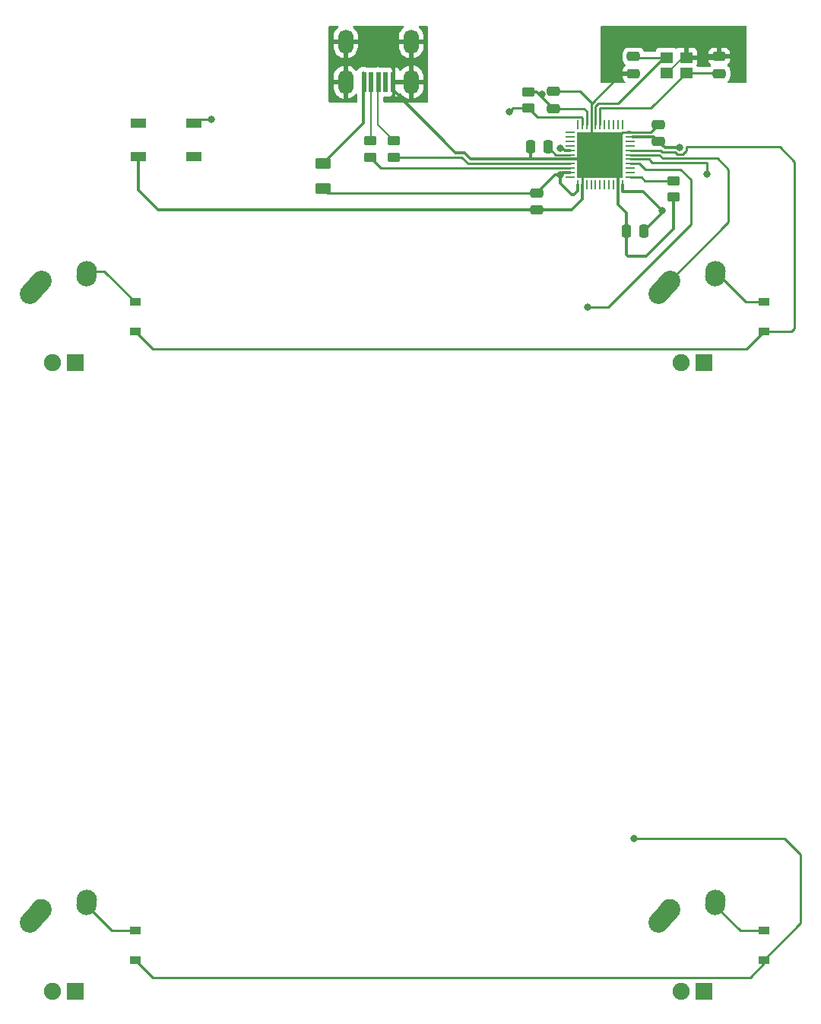
<source format=gbr>
%TF.GenerationSoftware,KiCad,Pcbnew,(6.0.7)*%
%TF.CreationDate,2022-11-22T16:32:00-03:00*%
%TF.ProjectId,BigKeysPCB,4269674b-6579-4735-9043-422e6b696361,rev?*%
%TF.SameCoordinates,Original*%
%TF.FileFunction,Copper,L2,Bot*%
%TF.FilePolarity,Positive*%
%FSLAX46Y46*%
G04 Gerber Fmt 4.6, Leading zero omitted, Abs format (unit mm)*
G04 Created by KiCad (PCBNEW (6.0.7)) date 2022-11-22 16:32:00*
%MOMM*%
%LPD*%
G01*
G04 APERTURE LIST*
G04 Aperture macros list*
%AMRoundRect*
0 Rectangle with rounded corners*
0 $1 Rounding radius*
0 $2 $3 $4 $5 $6 $7 $8 $9 X,Y pos of 4 corners*
0 Add a 4 corners polygon primitive as box body*
4,1,4,$2,$3,$4,$5,$6,$7,$8,$9,$2,$3,0*
0 Add four circle primitives for the rounded corners*
1,1,$1+$1,$2,$3*
1,1,$1+$1,$4,$5*
1,1,$1+$1,$6,$7*
1,1,$1+$1,$8,$9*
0 Add four rect primitives between the rounded corners*
20,1,$1+$1,$2,$3,$4,$5,0*
20,1,$1+$1,$4,$5,$6,$7,0*
20,1,$1+$1,$6,$7,$8,$9,0*
20,1,$1+$1,$8,$9,$2,$3,0*%
%AMHorizOval*
0 Thick line with rounded ends*
0 $1 width*
0 $2 $3 position (X,Y) of the first rounded end (center of the circle)*
0 $4 $5 position (X,Y) of the second rounded end (center of the circle)*
0 Add line between two ends*
20,1,$1,$2,$3,$4,$5,0*
0 Add two circle primitives to create the rounded ends*
1,1,$1,$2,$3*
1,1,$1,$4,$5*%
G04 Aperture macros list end*
%TA.AperFunction,ComponentPad*%
%ADD10HorizOval,2.250000X0.655001X0.730000X-0.655001X-0.730000X0*%
%TD*%
%TA.AperFunction,ComponentPad*%
%ADD11C,2.250000*%
%TD*%
%TA.AperFunction,ComponentPad*%
%ADD12HorizOval,2.250000X0.020000X0.290000X-0.020000X-0.290000X0*%
%TD*%
%TA.AperFunction,ComponentPad*%
%ADD13C,1.905000*%
%TD*%
%TA.AperFunction,ComponentPad*%
%ADD14R,1.905000X1.905000*%
%TD*%
%TA.AperFunction,SMDPad,CuDef*%
%ADD15RoundRect,0.250000X-0.475000X0.250000X-0.475000X-0.250000X0.475000X-0.250000X0.475000X0.250000X0*%
%TD*%
%TA.AperFunction,SMDPad,CuDef*%
%ADD16RoundRect,0.250000X0.475000X-0.250000X0.475000X0.250000X-0.475000X0.250000X-0.475000X-0.250000X0*%
%TD*%
%TA.AperFunction,SMDPad,CuDef*%
%ADD17RoundRect,0.250000X-0.450000X0.262500X-0.450000X-0.262500X0.450000X-0.262500X0.450000X0.262500X0*%
%TD*%
%TA.AperFunction,SMDPad,CuDef*%
%ADD18R,1.400000X1.200000*%
%TD*%
%TA.AperFunction,SMDPad,CuDef*%
%ADD19RoundRect,0.250000X0.250000X0.475000X-0.250000X0.475000X-0.250000X-0.475000X0.250000X-0.475000X0*%
%TD*%
%TA.AperFunction,SMDPad,CuDef*%
%ADD20R,0.500000X2.250000*%
%TD*%
%TA.AperFunction,ComponentPad*%
%ADD21O,1.700000X2.700000*%
%TD*%
%TA.AperFunction,SMDPad,CuDef*%
%ADD22R,1.200000X0.900000*%
%TD*%
%TA.AperFunction,SMDPad,CuDef*%
%ADD23RoundRect,0.062500X-0.475000X-0.062500X0.475000X-0.062500X0.475000X0.062500X-0.475000X0.062500X0*%
%TD*%
%TA.AperFunction,SMDPad,CuDef*%
%ADD24RoundRect,0.062500X-0.062500X-0.475000X0.062500X-0.475000X0.062500X0.475000X-0.062500X0.475000X0*%
%TD*%
%TA.AperFunction,SMDPad,CuDef*%
%ADD25R,5.200000X5.200000*%
%TD*%
%TA.AperFunction,SMDPad,CuDef*%
%ADD26R,1.800000X1.100000*%
%TD*%
%TA.AperFunction,SMDPad,CuDef*%
%ADD27RoundRect,0.250000X-0.625000X0.375000X-0.625000X-0.375000X0.625000X-0.375000X0.625000X0.375000X0*%
%TD*%
%TA.AperFunction,ViaPad*%
%ADD28C,0.800000*%
%TD*%
%TA.AperFunction,Conductor*%
%ADD29C,0.254000*%
%TD*%
%TA.AperFunction,Conductor*%
%ADD30C,0.304800*%
%TD*%
%TA.AperFunction,Conductor*%
%ADD31C,0.381000*%
%TD*%
%TA.AperFunction,Conductor*%
%ADD32C,0.203200*%
%TD*%
%TA.AperFunction,Conductor*%
%ADD33C,0.200000*%
%TD*%
G04 APERTURE END LIST*
D10*
%TO.P,MX4,1,COL*%
%TO.N,COL1*%
X172385001Y-139390000D03*
D11*
X173040000Y-138660000D03*
D12*
%TO.P,MX4,2,ROW*%
%TO.N,Net-(D4-Pad2)*%
X178060000Y-137870000D03*
D11*
X178080000Y-137580000D03*
D13*
%TO.P,MX4,3*%
%TO.N,N/C*%
X174270000Y-147740000D03*
D14*
%TO.P,MX4,4*%
X176810000Y-147740000D03*
%TD*%
D11*
%TO.P,MX2,1,COL*%
%TO.N,COL0*%
X103040000Y-138660000D03*
D10*
X102385001Y-139390000D03*
D12*
%TO.P,MX2,2,ROW*%
%TO.N,Net-(D2-Pad2)*%
X108060000Y-137870000D03*
D11*
X108080000Y-137580000D03*
D13*
%TO.P,MX2,3*%
%TO.N,N/C*%
X104270000Y-147740000D03*
D14*
%TO.P,MX2,4*%
X106810000Y-147740000D03*
%TD*%
D10*
%TO.P,MX3,1,COL*%
%TO.N,COL1*%
X172385001Y-69390000D03*
D11*
X173040000Y-68660000D03*
D12*
%TO.P,MX3,2,ROW*%
%TO.N,Net-(D3-Pad2)*%
X178060000Y-67870000D03*
D11*
X178080000Y-67580000D03*
D13*
%TO.P,MX3,3*%
%TO.N,N/C*%
X174270000Y-77740000D03*
D14*
%TO.P,MX3,4*%
X176810000Y-77740000D03*
%TD*%
D10*
%TO.P,MX1,1,COL*%
%TO.N,COL0*%
X102385001Y-69390000D03*
D11*
X103040000Y-68660000D03*
%TO.P,MX1,2,ROW*%
%TO.N,Net-(D1-Pad2)*%
X108080000Y-67580000D03*
D12*
X108060000Y-67870000D03*
D13*
%TO.P,MX1,3*%
%TO.N,N/C*%
X104270000Y-77740000D03*
D14*
%TO.P,MX1,4*%
X106810000Y-77740000D03*
%TD*%
D15*
%TO.P,C7,1*%
%TO.N,+5V*%
X158239000Y-58840481D03*
%TO.P,C7,2*%
%TO.N,GND*%
X158239000Y-60740481D03*
%TD*%
D16*
%TO.P,C5,1*%
%TO.N,+5V*%
X171781000Y-53120481D03*
%TO.P,C5,2*%
%TO.N,GND*%
X171781000Y-51220481D03*
%TD*%
D17*
%TO.P,R2,1*%
%TO.N,D+*%
X142296500Y-53026981D03*
%TO.P,R2,2*%
%TO.N,Net-(R2-Pad2)*%
X142296500Y-54851981D03*
%TD*%
D18*
%TO.P,Y1,1,1*%
%TO.N,Net-(C1-Pad2)*%
X174855500Y-45468481D03*
%TO.P,Y1,2,2*%
%TO.N,GND*%
X172655500Y-45468481D03*
%TO.P,Y1,3,3*%
%TO.N,Net-(C2-Pad2)*%
X172655500Y-43768481D03*
%TO.P,Y1,4,4*%
%TO.N,GND*%
X174855500Y-43768481D03*
%TD*%
D19*
%TO.P,C6,1*%
%TO.N,+5V*%
X170111000Y-63060481D03*
%TO.P,C6,2*%
%TO.N,GND*%
X168211000Y-63060481D03*
%TD*%
D20*
%TO.P,USB1,1,GND*%
%TO.N,GND*%
X142180500Y-46500000D03*
%TO.P,USB1,2,ID*%
%TO.N,unconnected-(USB1-Pad2)*%
X141380500Y-46500000D03*
%TO.P,USB1,3,D+*%
%TO.N,D+*%
X140580500Y-46500000D03*
%TO.P,USB1,4,D-*%
%TO.N,D-*%
X139780500Y-46500000D03*
%TO.P,USB1,5,VBUS*%
%TO.N,VCC*%
X138980500Y-46500000D03*
D21*
%TO.P,USB1,6,SHIELD*%
%TO.N,GND*%
X136930500Y-42000000D03*
X144230500Y-42000000D03*
X136930500Y-46500000D03*
X144230500Y-46500000D03*
%TD*%
D22*
%TO.P,D4,1,K*%
%TO.N,ROW1*%
X183477500Y-144310000D03*
%TO.P,D4,2,A*%
%TO.N,Net-(D4-Pad2)*%
X183477500Y-141010000D03*
%TD*%
D23*
%TO.P,U1,1,PE6*%
%TO.N,unconnected-(U1-Pad1)*%
X161918000Y-57098481D03*
%TO.P,U1,2,UVCC*%
%TO.N,+5V*%
X161918000Y-56598481D03*
%TO.P,U1,3,D-*%
%TO.N,Net-(R3-Pad2)*%
X161918000Y-56098481D03*
%TO.P,U1,4,D+*%
%TO.N,Net-(R2-Pad2)*%
X161918000Y-55598481D03*
%TO.P,U1,5,UGND*%
%TO.N,GND*%
X161918000Y-55098481D03*
%TO.P,U1,6,UCAP*%
%TO.N,Net-(C3-Pad1)*%
X161918000Y-54598481D03*
%TO.P,U1,7,VBUS*%
%TO.N,+5V*%
X161918000Y-54098481D03*
%TO.P,U1,8,PB0*%
%TO.N,unconnected-(U1-Pad8)*%
X161918000Y-53598481D03*
%TO.P,U1,9,PB1*%
%TO.N,unconnected-(U1-Pad9)*%
X161918000Y-53098481D03*
%TO.P,U1,10,PB2*%
%TO.N,unconnected-(U1-Pad10)*%
X161918000Y-52598481D03*
%TO.P,U1,11,PB3*%
%TO.N,unconnected-(U1-Pad11)*%
X161918000Y-52098481D03*
D24*
%TO.P,U1,12,PB7*%
%TO.N,unconnected-(U1-Pad12)*%
X162755500Y-51260981D03*
%TO.P,U1,13,~{RESET}*%
%TO.N,Net-(R1-Pad2)*%
X163255500Y-51260981D03*
%TO.P,U1,14,VCC*%
%TO.N,+5V*%
X163755500Y-51260981D03*
%TO.P,U1,15,GND*%
%TO.N,GND*%
X164255500Y-51260981D03*
%TO.P,U1,16,XTAL2*%
%TO.N,Net-(C2-Pad2)*%
X164755500Y-51260981D03*
%TO.P,U1,17,XTAL1*%
%TO.N,Net-(C1-Pad2)*%
X165255500Y-51260981D03*
%TO.P,U1,18,PD0*%
%TO.N,unconnected-(U1-Pad18)*%
X165755500Y-51260981D03*
%TO.P,U1,19,PD1*%
%TO.N,unconnected-(U1-Pad19)*%
X166255500Y-51260981D03*
%TO.P,U1,20,PD2*%
%TO.N,unconnected-(U1-Pad20)*%
X166755500Y-51260981D03*
%TO.P,U1,21,PD3*%
%TO.N,unconnected-(U1-Pad21)*%
X167255500Y-51260981D03*
%TO.P,U1,22,PD5*%
%TO.N,unconnected-(U1-Pad22)*%
X167755500Y-51260981D03*
D23*
%TO.P,U1,23,GND*%
%TO.N,GND*%
X168593000Y-52098481D03*
%TO.P,U1,24,AVCC*%
%TO.N,+5V*%
X168593000Y-52598481D03*
%TO.P,U1,25,PD4*%
%TO.N,unconnected-(U1-Pad25)*%
X168593000Y-53098481D03*
%TO.P,U1,26,PD6*%
%TO.N,unconnected-(U1-Pad26)*%
X168593000Y-53598481D03*
%TO.P,U1,27,PD7*%
%TO.N,ROW0*%
X168593000Y-54098481D03*
%TO.P,U1,28,PB4*%
%TO.N,COL1*%
X168593000Y-54598481D03*
%TO.P,U1,29,PB5*%
%TO.N,COL0*%
X168593000Y-55098481D03*
%TO.P,U1,30,PB6*%
%TO.N,ROW1*%
X168593000Y-55598481D03*
%TO.P,U1,31,PC6*%
%TO.N,unconnected-(U1-Pad31)*%
X168593000Y-56098481D03*
%TO.P,U1,32,PC7*%
%TO.N,unconnected-(U1-Pad32)*%
X168593000Y-56598481D03*
%TO.P,U1,33,~{HWB}/PE2*%
%TO.N,Net-(R4-Pad1)*%
X168593000Y-57098481D03*
D24*
%TO.P,U1,34,VCC*%
%TO.N,+5V*%
X167755500Y-57935981D03*
%TO.P,U1,35,GND*%
%TO.N,GND*%
X167255500Y-57935981D03*
%TO.P,U1,36,PF7*%
%TO.N,unconnected-(U1-Pad36)*%
X166755500Y-57935981D03*
%TO.P,U1,37,PF6*%
%TO.N,unconnected-(U1-Pad37)*%
X166255500Y-57935981D03*
%TO.P,U1,38,PF5*%
%TO.N,unconnected-(U1-Pad38)*%
X165755500Y-57935981D03*
%TO.P,U1,39,PF4*%
%TO.N,unconnected-(U1-Pad39)*%
X165255500Y-57935981D03*
%TO.P,U1,40,PF1*%
%TO.N,unconnected-(U1-Pad40)*%
X164755500Y-57935981D03*
%TO.P,U1,41,PF0*%
%TO.N,unconnected-(U1-Pad41)*%
X164255500Y-57935981D03*
%TO.P,U1,42,AREF*%
%TO.N,unconnected-(U1-Pad42)*%
X163755500Y-57935981D03*
%TO.P,U1,43,GND*%
%TO.N,GND*%
X163255500Y-57935981D03*
%TO.P,U1,44,AVCC*%
%TO.N,+5V*%
X162755500Y-57935981D03*
D25*
%TO.P,U1,45,GND*%
%TO.N,GND*%
X165255500Y-54598481D03*
%TD*%
D17*
%TO.P,R4,1*%
%TO.N,Net-(R4-Pad1)*%
X173479000Y-57480981D03*
%TO.P,R4,2*%
%TO.N,GND*%
X173479000Y-59305981D03*
%TD*%
%TO.P,R3,1*%
%TO.N,D-*%
X139629500Y-53026981D03*
%TO.P,R3,2*%
%TO.N,Net-(R3-Pad2)*%
X139629500Y-54851981D03*
%TD*%
%TO.P,R1,1*%
%TO.N,+5V*%
X157303000Y-47574981D03*
%TO.P,R1,2*%
%TO.N,Net-(R1-Pad2)*%
X157303000Y-49399981D03*
%TD*%
D19*
%TO.P,C3,1*%
%TO.N,Net-(C3-Pad1)*%
X159443000Y-53694481D03*
%TO.P,C3,2*%
%TO.N,GND*%
X157543000Y-53694481D03*
%TD*%
D16*
%TO.P,C2,1*%
%TO.N,GND*%
X168993000Y-45568481D03*
%TO.P,C2,2*%
%TO.N,Net-(C2-Pad2)*%
X168993000Y-43668481D03*
%TD*%
D26*
%TO.P,SW1,1,1*%
%TO.N,GND*%
X113805500Y-54798481D03*
%TO.P,SW1,2,2*%
%TO.N,Net-(R1-Pad2)*%
X120005500Y-51098481D03*
%TO.P,SW1,3*%
%TO.N,N/C*%
X113805500Y-51098481D03*
%TO.P,SW1,4*%
X120005500Y-54798481D03*
%TD*%
D22*
%TO.P,D2,1,K*%
%TO.N,ROW1*%
X113477500Y-144310000D03*
%TO.P,D2,2,A*%
%TO.N,Net-(D2-Pad2)*%
X113477500Y-141010000D03*
%TD*%
D16*
%TO.P,C4,1*%
%TO.N,+5V*%
X160097000Y-49437481D03*
%TO.P,C4,2*%
%TO.N,GND*%
X160097000Y-47537481D03*
%TD*%
D22*
%TO.P,D1,1,K*%
%TO.N,ROW0*%
X113477500Y-74310000D03*
%TO.P,D1,2,A*%
%TO.N,Net-(D1-Pad2)*%
X113477500Y-71010000D03*
%TD*%
D27*
%TO.P,F1,1*%
%TO.N,VCC*%
X134405500Y-55548481D03*
%TO.P,F1,2*%
%TO.N,+5V*%
X134405500Y-58348481D03*
%TD*%
D15*
%TO.P,C1,1*%
%TO.N,GND*%
X178518000Y-43668481D03*
%TO.P,C1,2*%
%TO.N,Net-(C1-Pad2)*%
X178518000Y-45568481D03*
%TD*%
D22*
%TO.P,D3,1,K*%
%TO.N,ROW0*%
X183477500Y-74310000D03*
%TO.P,D3,2,A*%
%TO.N,Net-(D3-Pad2)*%
X183477500Y-71010000D03*
%TD*%
D28*
%TO.N,+5V*%
X174141000Y-53825481D03*
X160815526Y-56824981D03*
X172141000Y-60825481D03*
X160815526Y-53871981D03*
X158774185Y-47840962D03*
%TO.N,ROW1*%
X163862500Y-71608481D03*
X169069500Y-130790481D03*
%TO.N,COL0*%
X177197500Y-56733481D03*
%TO.N,Net-(R1-Pad2)*%
X121952500Y-50637481D03*
X155141000Y-49825481D03*
%TD*%
D29*
%TO.N,Net-(C1-Pad2)*%
X165209500Y-49381481D02*
X165209500Y-51214981D01*
X165209500Y-51214981D02*
X165255500Y-51260981D01*
X174855500Y-45468481D02*
X170942500Y-49381481D01*
X170942500Y-49381481D02*
X165209500Y-49381481D01*
X178418000Y-45468481D02*
X178518000Y-45568481D01*
X174855500Y-45468481D02*
X178418000Y-45468481D01*
%TO.N,Net-(C2-Pad2)*%
X164755500Y-49183481D02*
X164755500Y-51260981D01*
X167229001Y-48873481D02*
X165065500Y-48873481D01*
X172334001Y-43768481D02*
X167229001Y-48873481D01*
X169093000Y-43768481D02*
X172655500Y-43768481D01*
X168993000Y-43668481D02*
X169093000Y-43768481D01*
X172655500Y-43768481D02*
X172334001Y-43768481D01*
X165065500Y-48873481D02*
X164755500Y-49183481D01*
%TO.N,Net-(C3-Pad1)*%
X159443000Y-53694481D02*
X160347000Y-54598481D01*
X160347000Y-54598481D02*
X161918000Y-54598481D01*
D30*
%TO.N,GND*%
X164776100Y-55077881D02*
X165255500Y-54598481D01*
X113805500Y-58492481D02*
X116053500Y-60740481D01*
X113805500Y-54798481D02*
X113805500Y-58492481D01*
X116053500Y-60740481D02*
X158239000Y-60740481D01*
D31*
X174855500Y-43768481D02*
X178418000Y-43768481D01*
D29*
X171781000Y-51220481D02*
X170880400Y-52121081D01*
D30*
X162066896Y-60740481D02*
X163260300Y-59547077D01*
X167255500Y-60104981D02*
X167255500Y-57935981D01*
X170434000Y-65913000D02*
X168402000Y-65913000D01*
X150141600Y-54372581D02*
X149165100Y-54372581D01*
D29*
X174455500Y-43768481D02*
X174855500Y-43768481D01*
X167983736Y-52121081D02*
X167979336Y-52125481D01*
D30*
X168211000Y-61060481D02*
X167255500Y-60104981D01*
X149165100Y-54372581D02*
X142180500Y-47387981D01*
X150846900Y-55077881D02*
X150141600Y-54372581D01*
D32*
X172755500Y-45468481D02*
X174455500Y-43768481D01*
D30*
X168211000Y-61060481D02*
X168211000Y-63060481D01*
D29*
X174394500Y-42205481D02*
X174855500Y-42666481D01*
D30*
X168593000Y-52098481D02*
X168423543Y-52098481D01*
D29*
X164255500Y-53598481D02*
X165255500Y-54598481D01*
X167536500Y-45380481D02*
X167536500Y-42586481D01*
X172655500Y-45468481D02*
X172755500Y-45468481D01*
X167724500Y-45568481D02*
X167536500Y-45380481D01*
D30*
X161918000Y-55098481D02*
X162868000Y-55098481D01*
D29*
X164255500Y-51260981D02*
X164255500Y-53598481D01*
X164255500Y-48921481D02*
X164255500Y-51260981D01*
X168400943Y-52121081D02*
X167983736Y-52121081D01*
X174855500Y-42666481D02*
X174855500Y-43768481D01*
X163004000Y-47537481D02*
X164255500Y-48788981D01*
D30*
X157543000Y-53694481D02*
X157543000Y-55051981D01*
X157543000Y-55051981D02*
X157517100Y-55077881D01*
D29*
X168993000Y-45568481D02*
X167724500Y-45568481D01*
D30*
X168211000Y-65722000D02*
X168211000Y-63060481D01*
D29*
X168993000Y-45568481D02*
X167608500Y-45568481D01*
X167728500Y-52125481D02*
X165255500Y-54598481D01*
D31*
X178418000Y-43768481D02*
X178518000Y-43668481D01*
D30*
X158239000Y-60740481D02*
X162066896Y-60740481D01*
D29*
X164255500Y-48788981D02*
X164255500Y-48921481D01*
D30*
X168615600Y-52121081D02*
X168593000Y-52098481D01*
D29*
X160097000Y-47537481D02*
X163004000Y-47537481D01*
D30*
X167255500Y-56939981D02*
X167141000Y-56825481D01*
X162868000Y-55098481D02*
X163141000Y-54825481D01*
D29*
X163255500Y-56598481D02*
X165255500Y-54598481D01*
X167979336Y-52125481D02*
X167728500Y-52125481D01*
D30*
X168402000Y-65913000D02*
X168211000Y-65722000D01*
X168423543Y-52098481D02*
X168400943Y-52121081D01*
D29*
X167536500Y-42586481D02*
X167917500Y-42205481D01*
D30*
X142180500Y-47387981D02*
X142180500Y-46500000D01*
X173479000Y-59305981D02*
X173479000Y-62868000D01*
X157517100Y-55077881D02*
X150846900Y-55077881D01*
D29*
X167608500Y-45568481D02*
X164255500Y-48921481D01*
D30*
X163260300Y-59547077D02*
X163260300Y-57935981D01*
X173479000Y-62868000D02*
X170434000Y-65913000D01*
D29*
X170880400Y-52121081D02*
X168615600Y-52121081D01*
X167917500Y-42205481D02*
X174394500Y-42205481D01*
D30*
X167255500Y-57935981D02*
X167255500Y-56939981D01*
D29*
X163255500Y-57935981D02*
X163255500Y-56598481D01*
D30*
X157517100Y-55077881D02*
X164776100Y-55077881D01*
%TO.N,+5V*%
X158313000Y-47653481D02*
X160097000Y-49437481D01*
X158234500Y-47574981D02*
X158313000Y-47653481D01*
X158313000Y-47653481D02*
X158500481Y-47840962D01*
X162755500Y-57935981D02*
X162755500Y-58602481D01*
X171281600Y-52621081D02*
X168829496Y-52621081D01*
X161293743Y-54098481D02*
X161918000Y-54098481D01*
X174141000Y-53825481D02*
X172486000Y-53825481D01*
X161042026Y-56598481D02*
X160815526Y-56824981D01*
X161918000Y-56598481D02*
X161042026Y-56598481D01*
X167760300Y-58709781D02*
X167760300Y-57935981D01*
X160254500Y-56824981D02*
X158239000Y-58840481D01*
X160815526Y-56824981D02*
X160254500Y-56824981D01*
D29*
X134897500Y-58840481D02*
X134405500Y-58348481D01*
D30*
X162755500Y-58602481D02*
X162338500Y-59019481D01*
X162338500Y-59019481D02*
X162084500Y-59019481D01*
D29*
X163483481Y-49437481D02*
X163755500Y-49709500D01*
D30*
X161067243Y-53871981D02*
X161293743Y-54098481D01*
D29*
X158239000Y-58840481D02*
X134897500Y-58840481D01*
D30*
X167760300Y-58709781D02*
X170025300Y-58709781D01*
X162084500Y-59019481D02*
X160815526Y-57750507D01*
X170025300Y-58709781D02*
X172141000Y-60825481D01*
X172141000Y-61030481D02*
X170111000Y-63060481D01*
X158500481Y-47840962D02*
X158774185Y-47840962D01*
D29*
X158239000Y-58840481D02*
X158559000Y-58840481D01*
D30*
X157303000Y-47574981D02*
X158234500Y-47574981D01*
D29*
X160097000Y-49437481D02*
X163483481Y-49437481D01*
X163755500Y-49709500D02*
X163755500Y-51260981D01*
D30*
X160815526Y-57750507D02*
X160815526Y-56824981D01*
X171781000Y-53120481D02*
X171281600Y-52621081D01*
X172141000Y-60825481D02*
X172141000Y-61030481D01*
X172486000Y-53825481D02*
X171781000Y-53120481D01*
D29*
%TO.N,ROW0*%
X113477500Y-74310000D02*
X115414731Y-76247231D01*
X168593000Y-54098481D02*
X171978000Y-54098481D01*
X174442134Y-54552481D02*
X174868000Y-54126615D01*
X171978000Y-54098481D02*
X172209000Y-54329481D01*
X173839866Y-54552481D02*
X174442134Y-54552481D01*
X173616866Y-54329481D02*
X173839866Y-54552481D01*
X186548000Y-74310000D02*
X183477500Y-74310000D01*
X186944000Y-73914000D02*
X186548000Y-74310000D01*
X174868000Y-54126615D02*
X174868000Y-53702481D01*
X115414731Y-76247231D02*
X181540269Y-76247231D01*
X185274481Y-53702481D02*
X186944000Y-55372000D01*
X186944000Y-55372000D02*
X186944000Y-73914000D01*
X172209000Y-54329481D02*
X173616866Y-54329481D01*
X181540269Y-76247231D02*
X183477500Y-74310000D01*
X174868000Y-53702481D02*
X185274481Y-53702481D01*
%TO.N,Net-(D1-Pad2)*%
X110047500Y-67580000D02*
X113477500Y-71010000D01*
X108080000Y-67580000D02*
X110047500Y-67580000D01*
%TO.N,ROW1*%
X169069500Y-130790481D02*
X185833500Y-130790481D01*
X175384000Y-57377481D02*
X175384000Y-62360000D01*
X187611500Y-132568481D02*
X187611500Y-140176000D01*
X113477500Y-144310000D02*
X115414731Y-146247231D01*
X175384000Y-62360000D02*
X166135519Y-71608481D01*
X169668000Y-55598481D02*
X170304000Y-56234481D01*
X181952769Y-146247231D02*
X183540000Y-144660000D01*
X168593000Y-55598481D02*
X169668000Y-55598481D01*
X185833500Y-130790481D02*
X187611500Y-132568481D01*
X174241000Y-56234481D02*
X175384000Y-57377481D01*
X187611500Y-140176000D02*
X183477500Y-144310000D01*
X166135519Y-71608481D02*
X163862500Y-71608481D01*
X170304000Y-56234481D02*
X174241000Y-56234481D01*
X115414731Y-146247231D02*
X181952769Y-146247231D01*
%TO.N,Net-(D2-Pad2)*%
X108040000Y-138160000D02*
X110890000Y-141010000D01*
X110890000Y-141010000D02*
X113477500Y-141010000D01*
%TO.N,Net-(D3-Pad2)*%
X178080000Y-67580000D02*
X181510000Y-71010000D01*
X181510000Y-71010000D02*
X183477500Y-71010000D01*
%TO.N,Net-(D4-Pad2)*%
X178040000Y-138160000D02*
X180890000Y-141010000D01*
X180890000Y-141010000D02*
X183477500Y-141010000D01*
D30*
%TO.N,VCC*%
X138886000Y-51067981D02*
X134405500Y-55548481D01*
X138886000Y-45448481D02*
X138886000Y-51067981D01*
D29*
%TO.N,COL0*%
X171054000Y-55460481D02*
X177197500Y-55460481D01*
X177197500Y-55460481D02*
X177197500Y-56733481D01*
X168593000Y-55098481D02*
X170692000Y-55098481D01*
X170939000Y-55345481D02*
X171054000Y-55460481D01*
X170692000Y-55098481D02*
X170939000Y-55345481D01*
%TO.N,COL1*%
X168593000Y-54598481D02*
X171835947Y-54598481D01*
X171835947Y-54598481D02*
X172243947Y-55006481D01*
X172243947Y-55006481D02*
X178323481Y-55006481D01*
X179578000Y-62122000D02*
X173040000Y-68660000D01*
X178323481Y-55006481D02*
X179578000Y-56261000D01*
X179578000Y-56261000D02*
X179578000Y-62122000D01*
%TO.N,Net-(R1-Pad2)*%
X120466500Y-50637481D02*
X120005500Y-51098481D01*
X163255500Y-50479500D02*
X163255500Y-51260981D01*
X155566500Y-49399981D02*
X155141000Y-49825481D01*
X163172481Y-50396481D02*
X163255500Y-50479500D01*
X157303000Y-49399981D02*
X155566500Y-49399981D01*
X121952500Y-50637481D02*
X120466500Y-50637481D01*
X158299500Y-50396481D02*
X163172481Y-50396481D01*
X157303000Y-49399981D02*
X158299500Y-50396481D01*
D33*
%TO.N,D+*%
X140486000Y-45448481D02*
X140486000Y-51216481D01*
X140486000Y-51216481D02*
X142296500Y-53026981D01*
D29*
%TO.N,Net-(R2-Pad2)*%
X149813000Y-54851981D02*
X142296500Y-54851981D01*
X161918000Y-55598481D02*
X150559500Y-55598481D01*
X150559500Y-55598481D02*
X149813000Y-54851981D01*
D33*
%TO.N,D-*%
X139845500Y-52810981D02*
X139629500Y-53026981D01*
X139780500Y-52875981D02*
X139780500Y-46500000D01*
X139629500Y-53026981D02*
X139780500Y-52875981D01*
D29*
%TO.N,Net-(R3-Pad2)*%
X140876000Y-56098481D02*
X139629500Y-54851981D01*
X161918000Y-56098481D02*
X140876000Y-56098481D01*
%TO.N,Net-(R4-Pad1)*%
X173479000Y-57480981D02*
X170250500Y-57480981D01*
X169868000Y-57098481D02*
X168593000Y-57098481D01*
X170250500Y-57480981D02*
X169868000Y-57098481D01*
%TD*%
%TA.AperFunction,Conductor*%
%TO.N,GND*%
G36*
X136064155Y-40240021D02*
G01*
X136110648Y-40293677D01*
X136120752Y-40363951D01*
X136091258Y-40428531D01*
X136078614Y-40441185D01*
X135957448Y-40546327D01*
X135950028Y-40553958D01*
X135810674Y-40723911D01*
X135804650Y-40732678D01*
X135695924Y-40923682D01*
X135691459Y-40933346D01*
X135616469Y-41139941D01*
X135613698Y-41150208D01*
X135574377Y-41367655D01*
X135573444Y-41375884D01*
X135572570Y-41394402D01*
X135572500Y-41397377D01*
X135572500Y-41727885D01*
X135576975Y-41743124D01*
X135578365Y-41744329D01*
X135586048Y-41746000D01*
X138270385Y-41746000D01*
X138285624Y-41741525D01*
X138286829Y-41740135D01*
X138288500Y-41732452D01*
X138288500Y-41444794D01*
X138288275Y-41439485D01*
X138274376Y-41275675D01*
X138272586Y-41265203D01*
X138217370Y-41052465D01*
X138213835Y-41042425D01*
X138123563Y-40842030D01*
X138118394Y-40832744D01*
X137995650Y-40650425D01*
X137988981Y-40642130D01*
X137837272Y-40483100D01*
X137829314Y-40476058D01*
X137790403Y-40447108D01*
X137747690Y-40390397D01*
X137742418Y-40319597D01*
X137776260Y-40257185D01*
X137838472Y-40222978D01*
X137865616Y-40220019D01*
X143296034Y-40220019D01*
X143364155Y-40240021D01*
X143410648Y-40293677D01*
X143420752Y-40363951D01*
X143391258Y-40428531D01*
X143378614Y-40441185D01*
X143257448Y-40546327D01*
X143250028Y-40553958D01*
X143110674Y-40723911D01*
X143104650Y-40732678D01*
X142995924Y-40923682D01*
X142991459Y-40933346D01*
X142916469Y-41139941D01*
X142913698Y-41150208D01*
X142874377Y-41367655D01*
X142873444Y-41375884D01*
X142872570Y-41394402D01*
X142872500Y-41397377D01*
X142872500Y-41727885D01*
X142876975Y-41743124D01*
X142878365Y-41744329D01*
X142886048Y-41746000D01*
X145570385Y-41746000D01*
X145585624Y-41741525D01*
X145586829Y-41740135D01*
X145588500Y-41732452D01*
X145588500Y-41444794D01*
X145588275Y-41439485D01*
X145574376Y-41275675D01*
X145572586Y-41265203D01*
X145517370Y-41052465D01*
X145513835Y-41042425D01*
X145423563Y-40842030D01*
X145418394Y-40832744D01*
X145295650Y-40650425D01*
X145288981Y-40642130D01*
X145137272Y-40483100D01*
X145129314Y-40476058D01*
X145090403Y-40447108D01*
X145047690Y-40390397D01*
X145042418Y-40319597D01*
X145076260Y-40257185D01*
X145138472Y-40222978D01*
X145165616Y-40220019D01*
X145948000Y-40220019D01*
X146016121Y-40240021D01*
X146062614Y-40293677D01*
X146074000Y-40346019D01*
X146074000Y-48642000D01*
X146053998Y-48710121D01*
X146000342Y-48756614D01*
X145948000Y-48768000D01*
X141220500Y-48768000D01*
X141152379Y-48747998D01*
X141105886Y-48694342D01*
X141094500Y-48642000D01*
X141094500Y-48259500D01*
X141114502Y-48191379D01*
X141168158Y-48144886D01*
X141220500Y-48133500D01*
X141678634Y-48133500D01*
X141740816Y-48126745D01*
X141748216Y-48123971D01*
X141752442Y-48122966D01*
X141810739Y-48122966D01*
X141828146Y-48127105D01*
X141879014Y-48132631D01*
X141885828Y-48133000D01*
X141912385Y-48133000D01*
X141927624Y-48128525D01*
X141928829Y-48127135D01*
X141930500Y-48119452D01*
X141930500Y-48114884D01*
X142430500Y-48114884D01*
X142434975Y-48130123D01*
X142436365Y-48131328D01*
X142444048Y-48132999D01*
X142475169Y-48132999D01*
X142481990Y-48132629D01*
X142532852Y-48127105D01*
X142548104Y-48123479D01*
X142668554Y-48078324D01*
X142684149Y-48069786D01*
X142786224Y-47993285D01*
X142798785Y-47980724D01*
X142875286Y-47878649D01*
X142883825Y-47863052D01*
X142901887Y-47814872D01*
X142944528Y-47758107D01*
X143011090Y-47733407D01*
X143080439Y-47748614D01*
X143124389Y-47788734D01*
X143165349Y-47849575D01*
X143172019Y-47857870D01*
X143323728Y-48016900D01*
X143331686Y-48023941D01*
X143508025Y-48155141D01*
X143517062Y-48160745D01*
X143712984Y-48260357D01*
X143722835Y-48264357D01*
X143932740Y-48329534D01*
X143943124Y-48331817D01*
X143958543Y-48333861D01*
X143972707Y-48331665D01*
X143976500Y-48318478D01*
X143976500Y-48316192D01*
X144484500Y-48316192D01*
X144488473Y-48329723D01*
X144499080Y-48331248D01*
X144616921Y-48306523D01*
X144627117Y-48303463D01*
X144831529Y-48222737D01*
X144841061Y-48218006D01*
X145028962Y-48103984D01*
X145037552Y-48097720D01*
X145203552Y-47953673D01*
X145210972Y-47946042D01*
X145350326Y-47776089D01*
X145356350Y-47767322D01*
X145465076Y-47576318D01*
X145469541Y-47566654D01*
X145544531Y-47360059D01*
X145547302Y-47349792D01*
X145586623Y-47132345D01*
X145587556Y-47124116D01*
X145588430Y-47105598D01*
X145588500Y-47102623D01*
X145588500Y-46772115D01*
X145584025Y-46756876D01*
X145582635Y-46755671D01*
X145574952Y-46754000D01*
X144502615Y-46754000D01*
X144487376Y-46758475D01*
X144486171Y-46759865D01*
X144484500Y-46767548D01*
X144484500Y-48316192D01*
X143976500Y-48316192D01*
X143976500Y-46772115D01*
X143972025Y-46756876D01*
X143970635Y-46755671D01*
X143962952Y-46754000D01*
X142850888Y-46754000D01*
X142824105Y-46751121D01*
X142818952Y-46750000D01*
X142448615Y-46750000D01*
X142433376Y-46754475D01*
X142432171Y-46755865D01*
X142430500Y-46763548D01*
X142430500Y-48114884D01*
X141930500Y-48114884D01*
X141930500Y-48098700D01*
X141950502Y-48030579D01*
X141980936Y-47997873D01*
X141986578Y-47993645D01*
X141986581Y-47993642D01*
X141993761Y-47988261D01*
X141999142Y-47981081D01*
X141999145Y-47981078D01*
X142075729Y-47878891D01*
X142081115Y-47871705D01*
X142132245Y-47735316D01*
X142139000Y-47673134D01*
X142139000Y-46231885D01*
X142430500Y-46231885D01*
X142434975Y-46247124D01*
X142436365Y-46248329D01*
X142444048Y-46250000D01*
X142818303Y-46250000D01*
X142846123Y-46246000D01*
X143958385Y-46246000D01*
X143973624Y-46241525D01*
X143974829Y-46240135D01*
X143976500Y-46232452D01*
X143976500Y-46227885D01*
X144484500Y-46227885D01*
X144488975Y-46243124D01*
X144490365Y-46244329D01*
X144498048Y-46246000D01*
X145570385Y-46246000D01*
X145585624Y-46241525D01*
X145586829Y-46240135D01*
X145588500Y-46232452D01*
X145588500Y-45944794D01*
X145588275Y-45939485D01*
X145574376Y-45775675D01*
X145572586Y-45765203D01*
X145517370Y-45552465D01*
X145513835Y-45542425D01*
X145423563Y-45342030D01*
X145418394Y-45332744D01*
X145295650Y-45150425D01*
X145288981Y-45142130D01*
X145137272Y-44983100D01*
X145129314Y-44976059D01*
X144952975Y-44844859D01*
X144943938Y-44839255D01*
X144748016Y-44739643D01*
X144738165Y-44735643D01*
X144528260Y-44670466D01*
X144517876Y-44668183D01*
X144502457Y-44666139D01*
X144488293Y-44668335D01*
X144484500Y-44681522D01*
X144484500Y-46227885D01*
X143976500Y-46227885D01*
X143976500Y-44683808D01*
X143972527Y-44670277D01*
X143961920Y-44668752D01*
X143844079Y-44693477D01*
X143833883Y-44696537D01*
X143629471Y-44777263D01*
X143619939Y-44781994D01*
X143432038Y-44896016D01*
X143423448Y-44902280D01*
X143257448Y-45046327D01*
X143250028Y-45053958D01*
X143116026Y-45217384D01*
X143057366Y-45257379D01*
X142986396Y-45259310D01*
X142925648Y-45222565D01*
X142900610Y-45181722D01*
X142883825Y-45136948D01*
X142875286Y-45121351D01*
X142798785Y-45019276D01*
X142786224Y-45006715D01*
X142684149Y-44930214D01*
X142668554Y-44921676D01*
X142548106Y-44876522D01*
X142532851Y-44872895D01*
X142481986Y-44867369D01*
X142475172Y-44867000D01*
X142448615Y-44867000D01*
X142433376Y-44871475D01*
X142432171Y-44872865D01*
X142430500Y-44880548D01*
X142430500Y-46231885D01*
X142139000Y-46231885D01*
X142139000Y-45326866D01*
X142132245Y-45264684D01*
X142081115Y-45128295D01*
X142046792Y-45082498D01*
X141999145Y-45018922D01*
X141999142Y-45018919D01*
X141993761Y-45011739D01*
X141986581Y-45006358D01*
X141986578Y-45006355D01*
X141980936Y-45002127D01*
X141938421Y-44945269D01*
X141930500Y-44901300D01*
X141930500Y-44885116D01*
X141926025Y-44869877D01*
X141924635Y-44868672D01*
X141916952Y-44867001D01*
X141885831Y-44867001D01*
X141879010Y-44867371D01*
X141828151Y-44872895D01*
X141810736Y-44877035D01*
X141752442Y-44877034D01*
X141748216Y-44876029D01*
X141740816Y-44873255D01*
X141678634Y-44866500D01*
X141082366Y-44866500D01*
X141020184Y-44873255D01*
X141012785Y-44876029D01*
X141009646Y-44876775D01*
X140951354Y-44876775D01*
X140948215Y-44876029D01*
X140940816Y-44873255D01*
X140878634Y-44866500D01*
X140696124Y-44866500D01*
X140660849Y-44859483D01*
X140660458Y-44860941D01*
X140652479Y-44858803D01*
X140644850Y-44855643D01*
X140486000Y-44834730D01*
X140327150Y-44855643D01*
X140319521Y-44858803D01*
X140311542Y-44860941D01*
X140311290Y-44860002D01*
X140282685Y-44866500D01*
X140282366Y-44866500D01*
X140278991Y-44866867D01*
X140278984Y-44866867D01*
X140254225Y-44869557D01*
X140220184Y-44873255D01*
X140212785Y-44876029D01*
X140209646Y-44876775D01*
X140151354Y-44876775D01*
X140148215Y-44876029D01*
X140140816Y-44873255D01*
X140078634Y-44866500D01*
X139482366Y-44866500D01*
X139420184Y-44873255D01*
X139412785Y-44876029D01*
X139409646Y-44876775D01*
X139351354Y-44876775D01*
X139348215Y-44876029D01*
X139340816Y-44873255D01*
X139278634Y-44866500D01*
X139230587Y-44866500D01*
X139171628Y-44851854D01*
X139131298Y-44830500D01*
X139131295Y-44830499D01*
X139124585Y-44826946D01*
X139117220Y-44825096D01*
X138976812Y-44789828D01*
X138976808Y-44789828D01*
X138969441Y-44787977D01*
X138961841Y-44787937D01*
X138961840Y-44787937D01*
X138896147Y-44787593D01*
X138809480Y-44787139D01*
X138802100Y-44788911D01*
X138802098Y-44788911D01*
X138661317Y-44822710D01*
X138661315Y-44822711D01*
X138653937Y-44824482D01*
X138625315Y-44839255D01*
X138560139Y-44872895D01*
X138511791Y-44897849D01*
X138470102Y-44934217D01*
X138462860Y-44940075D01*
X138367239Y-45011739D01*
X138279885Y-45128295D01*
X138276733Y-45136703D01*
X138276732Y-45136705D01*
X138258770Y-45184619D01*
X138216129Y-45241384D01*
X138149568Y-45266084D01*
X138080219Y-45250877D01*
X138036268Y-45210757D01*
X137995650Y-45150425D01*
X137988981Y-45142130D01*
X137837272Y-44983100D01*
X137829314Y-44976059D01*
X137652975Y-44844859D01*
X137643938Y-44839255D01*
X137448016Y-44739643D01*
X137438165Y-44735643D01*
X137228260Y-44670466D01*
X137217876Y-44668183D01*
X137202457Y-44666139D01*
X137188293Y-44668335D01*
X137184500Y-44681522D01*
X137184500Y-48316192D01*
X137188473Y-48329723D01*
X137199080Y-48331248D01*
X137316921Y-48306523D01*
X137327117Y-48303463D01*
X137531529Y-48222737D01*
X137541061Y-48218006D01*
X137728962Y-48103984D01*
X137737552Y-48097720D01*
X137903552Y-47953673D01*
X137910972Y-47946042D01*
X138001666Y-47835433D01*
X138060326Y-47795438D01*
X138131296Y-47793507D01*
X138192044Y-47830251D01*
X138223283Y-47894006D01*
X138225100Y-47915324D01*
X138225100Y-48642000D01*
X138205098Y-48710121D01*
X138151442Y-48756614D01*
X138099100Y-48768000D01*
X135151000Y-48768000D01*
X135082879Y-48747998D01*
X135036386Y-48694342D01*
X135025000Y-48642000D01*
X135025000Y-47055206D01*
X135572500Y-47055206D01*
X135572725Y-47060515D01*
X135586624Y-47224325D01*
X135588414Y-47234797D01*
X135643630Y-47447535D01*
X135647165Y-47457575D01*
X135737437Y-47657970D01*
X135742606Y-47667256D01*
X135865350Y-47849575D01*
X135872019Y-47857870D01*
X136023728Y-48016900D01*
X136031686Y-48023941D01*
X136208025Y-48155141D01*
X136217062Y-48160745D01*
X136412984Y-48260357D01*
X136422835Y-48264357D01*
X136632740Y-48329534D01*
X136643124Y-48331817D01*
X136658543Y-48333861D01*
X136672707Y-48331665D01*
X136676500Y-48318478D01*
X136676500Y-46772115D01*
X136672025Y-46756876D01*
X136670635Y-46755671D01*
X136662952Y-46754000D01*
X135590615Y-46754000D01*
X135575376Y-46758475D01*
X135574171Y-46759865D01*
X135572500Y-46767548D01*
X135572500Y-47055206D01*
X135025000Y-47055206D01*
X135025000Y-46227885D01*
X135572500Y-46227885D01*
X135576975Y-46243124D01*
X135578365Y-46244329D01*
X135586048Y-46246000D01*
X136658385Y-46246000D01*
X136673624Y-46241525D01*
X136674829Y-46240135D01*
X136676500Y-46232452D01*
X136676500Y-44683808D01*
X136672527Y-44670277D01*
X136661920Y-44668752D01*
X136544079Y-44693477D01*
X136533883Y-44696537D01*
X136329471Y-44777263D01*
X136319939Y-44781994D01*
X136132038Y-44896016D01*
X136123448Y-44902280D01*
X135957448Y-45046327D01*
X135950028Y-45053958D01*
X135810674Y-45223911D01*
X135804650Y-45232678D01*
X135695924Y-45423682D01*
X135691459Y-45433346D01*
X135616469Y-45639941D01*
X135613698Y-45650208D01*
X135574377Y-45867655D01*
X135573444Y-45875884D01*
X135572570Y-45894402D01*
X135572500Y-45897377D01*
X135572500Y-46227885D01*
X135025000Y-46227885D01*
X135025000Y-42555206D01*
X135572500Y-42555206D01*
X135572725Y-42560515D01*
X135586624Y-42724325D01*
X135588414Y-42734797D01*
X135643630Y-42947535D01*
X135647165Y-42957575D01*
X135737437Y-43157970D01*
X135742606Y-43167256D01*
X135865350Y-43349575D01*
X135872019Y-43357870D01*
X136023728Y-43516900D01*
X136031686Y-43523941D01*
X136208025Y-43655141D01*
X136217062Y-43660745D01*
X136412984Y-43760357D01*
X136422835Y-43764357D01*
X136632740Y-43829534D01*
X136643124Y-43831817D01*
X136658543Y-43833861D01*
X136672707Y-43831665D01*
X136676500Y-43818478D01*
X136676500Y-43816192D01*
X137184500Y-43816192D01*
X137188473Y-43829723D01*
X137199080Y-43831248D01*
X137316921Y-43806523D01*
X137327117Y-43803463D01*
X137531529Y-43722737D01*
X137541061Y-43718006D01*
X137728962Y-43603984D01*
X137737552Y-43597720D01*
X137903552Y-43453673D01*
X137910972Y-43446042D01*
X138050326Y-43276089D01*
X138056350Y-43267322D01*
X138165076Y-43076318D01*
X138169541Y-43066654D01*
X138244531Y-42860059D01*
X138247302Y-42849792D01*
X138286623Y-42632345D01*
X138287556Y-42624116D01*
X138288430Y-42605598D01*
X138288500Y-42602623D01*
X138288500Y-42555206D01*
X142872500Y-42555206D01*
X142872725Y-42560515D01*
X142886624Y-42724325D01*
X142888414Y-42734797D01*
X142943630Y-42947535D01*
X142947165Y-42957575D01*
X143037437Y-43157970D01*
X143042606Y-43167256D01*
X143165350Y-43349575D01*
X143172019Y-43357870D01*
X143323728Y-43516900D01*
X143331686Y-43523941D01*
X143508025Y-43655141D01*
X143517062Y-43660745D01*
X143712984Y-43760357D01*
X143722835Y-43764357D01*
X143932740Y-43829534D01*
X143943124Y-43831817D01*
X143958543Y-43833861D01*
X143972707Y-43831665D01*
X143976500Y-43818478D01*
X143976500Y-43816192D01*
X144484500Y-43816192D01*
X144488473Y-43829723D01*
X144499080Y-43831248D01*
X144616921Y-43806523D01*
X144627117Y-43803463D01*
X144831529Y-43722737D01*
X144841061Y-43718006D01*
X145028962Y-43603984D01*
X145037552Y-43597720D01*
X145203552Y-43453673D01*
X145210972Y-43446042D01*
X145350326Y-43276089D01*
X145356350Y-43267322D01*
X145465076Y-43076318D01*
X145469541Y-43066654D01*
X145544531Y-42860059D01*
X145547302Y-42849792D01*
X145586623Y-42632345D01*
X145587556Y-42624116D01*
X145588430Y-42605598D01*
X145588500Y-42602623D01*
X145588500Y-42272115D01*
X145584025Y-42256876D01*
X145582635Y-42255671D01*
X145574952Y-42254000D01*
X144502615Y-42254000D01*
X144487376Y-42258475D01*
X144486171Y-42259865D01*
X144484500Y-42267548D01*
X144484500Y-43816192D01*
X143976500Y-43816192D01*
X143976500Y-42272115D01*
X143972025Y-42256876D01*
X143970635Y-42255671D01*
X143962952Y-42254000D01*
X142890615Y-42254000D01*
X142875376Y-42258475D01*
X142874171Y-42259865D01*
X142872500Y-42267548D01*
X142872500Y-42555206D01*
X138288500Y-42555206D01*
X138288500Y-42272115D01*
X138284025Y-42256876D01*
X138282635Y-42255671D01*
X138274952Y-42254000D01*
X137202615Y-42254000D01*
X137187376Y-42258475D01*
X137186171Y-42259865D01*
X137184500Y-42267548D01*
X137184500Y-43816192D01*
X136676500Y-43816192D01*
X136676500Y-42272115D01*
X136672025Y-42256876D01*
X136670635Y-42255671D01*
X136662952Y-42254000D01*
X135590615Y-42254000D01*
X135575376Y-42258475D01*
X135574171Y-42259865D01*
X135572500Y-42267548D01*
X135572500Y-42555206D01*
X135025000Y-42555206D01*
X135025000Y-40346019D01*
X135045002Y-40277898D01*
X135098658Y-40231405D01*
X135151000Y-40220019D01*
X135996034Y-40220019D01*
X136064155Y-40240021D01*
G37*
%TD.AperFunction*%
%TD*%
%TA.AperFunction,Conductor*%
%TO.N,GND*%
G36*
X181552121Y-40240021D02*
G01*
X181598614Y-40293677D01*
X181610000Y-40346019D01*
X181610000Y-46499000D01*
X181589998Y-46567121D01*
X181536342Y-46613614D01*
X181484000Y-46625000D01*
X179563486Y-46625000D01*
X179495365Y-46604998D01*
X179448872Y-46551342D01*
X179438768Y-46481068D01*
X179468262Y-46416488D01*
X179474313Y-46409982D01*
X179587134Y-46296964D01*
X179592305Y-46291784D01*
X179657459Y-46186085D01*
X179681275Y-46147449D01*
X179681276Y-46147447D01*
X179685115Y-46141219D01*
X179740797Y-45973342D01*
X179751500Y-45868881D01*
X179751500Y-45268081D01*
X179751163Y-45264831D01*
X179741238Y-45169173D01*
X179741237Y-45169169D01*
X179740526Y-45162315D01*
X179684550Y-44994535D01*
X179591478Y-44844133D01*
X179577399Y-44830078D01*
X179471486Y-44724350D01*
X179466303Y-44719176D01*
X179461765Y-44716379D01*
X179421176Y-44659128D01*
X179417946Y-44588205D01*
X179453572Y-44526794D01*
X179462068Y-44519419D01*
X179472207Y-44511383D01*
X179586739Y-44396652D01*
X179595751Y-44385241D01*
X179680816Y-44247238D01*
X179686963Y-44234057D01*
X179738138Y-44079771D01*
X179741005Y-44066395D01*
X179750672Y-43972043D01*
X179751000Y-43965627D01*
X179751000Y-43940596D01*
X179746525Y-43925357D01*
X179745135Y-43924152D01*
X179737452Y-43922481D01*
X177303116Y-43922481D01*
X177287877Y-43926956D01*
X177286672Y-43928346D01*
X177285001Y-43936029D01*
X177285001Y-43965576D01*
X177285338Y-43972095D01*
X177295257Y-44067687D01*
X177298149Y-44081081D01*
X177349588Y-44235265D01*
X177355761Y-44248443D01*
X177441063Y-44386288D01*
X177450099Y-44397689D01*
X177564828Y-44512219D01*
X177573762Y-44519275D01*
X177614823Y-44577193D01*
X177618053Y-44648116D01*
X177582426Y-44709527D01*
X177574593Y-44716327D01*
X177568652Y-44720003D01*
X177563479Y-44725185D01*
X177563474Y-44725189D01*
X177492789Y-44795998D01*
X177430507Y-44830078D01*
X177403616Y-44832981D01*
X176172620Y-44832981D01*
X176104499Y-44812979D01*
X176058006Y-44759323D01*
X176054638Y-44751210D01*
X176021194Y-44661998D01*
X176016011Y-44591191D01*
X176021194Y-44573540D01*
X176053978Y-44486090D01*
X176057605Y-44470832D01*
X176063131Y-44419967D01*
X176063500Y-44413153D01*
X176063500Y-44040596D01*
X176059025Y-44025357D01*
X176057635Y-44024152D01*
X176049952Y-44022481D01*
X174727500Y-44022481D01*
X174659379Y-44002479D01*
X174612886Y-43948823D01*
X174601500Y-43896481D01*
X174601500Y-43496366D01*
X175109500Y-43496366D01*
X175113975Y-43511605D01*
X175115365Y-43512810D01*
X175123048Y-43514481D01*
X176045384Y-43514481D01*
X176060623Y-43510006D01*
X176061828Y-43508616D01*
X176063499Y-43500933D01*
X176063499Y-43396366D01*
X177285000Y-43396366D01*
X177289475Y-43411605D01*
X177290865Y-43412810D01*
X177298548Y-43414481D01*
X178245885Y-43414481D01*
X178261124Y-43410006D01*
X178262329Y-43408616D01*
X178264000Y-43400933D01*
X178264000Y-43396366D01*
X178772000Y-43396366D01*
X178776475Y-43411605D01*
X178777865Y-43412810D01*
X178785548Y-43414481D01*
X179732884Y-43414481D01*
X179748123Y-43410006D01*
X179749328Y-43408616D01*
X179750999Y-43400933D01*
X179750999Y-43371386D01*
X179750662Y-43364867D01*
X179740743Y-43269275D01*
X179737851Y-43255881D01*
X179686412Y-43101697D01*
X179680239Y-43088519D01*
X179594937Y-42950674D01*
X179585901Y-42939273D01*
X179471171Y-42824742D01*
X179459760Y-42815730D01*
X179321757Y-42730665D01*
X179308576Y-42724518D01*
X179154290Y-42673343D01*
X179140914Y-42670476D01*
X179046562Y-42660809D01*
X179040145Y-42660481D01*
X178790115Y-42660481D01*
X178774876Y-42664956D01*
X178773671Y-42666346D01*
X178772000Y-42674029D01*
X178772000Y-43396366D01*
X178264000Y-43396366D01*
X178264000Y-42678597D01*
X178259525Y-42663358D01*
X178258135Y-42662153D01*
X178250452Y-42660482D01*
X177995905Y-42660482D01*
X177989386Y-42660819D01*
X177893794Y-42670738D01*
X177880400Y-42673630D01*
X177726216Y-42725069D01*
X177713038Y-42731242D01*
X177575193Y-42816544D01*
X177563792Y-42825580D01*
X177449261Y-42940310D01*
X177440249Y-42951721D01*
X177355184Y-43089724D01*
X177349037Y-43102905D01*
X177297862Y-43257191D01*
X177294995Y-43270567D01*
X177285328Y-43364919D01*
X177285000Y-43371336D01*
X177285000Y-43396366D01*
X176063499Y-43396366D01*
X176063499Y-43123812D01*
X176063129Y-43116991D01*
X176057605Y-43066129D01*
X176053979Y-43050877D01*
X176008824Y-42930427D01*
X176000286Y-42914832D01*
X175923785Y-42812757D01*
X175911224Y-42800196D01*
X175809149Y-42723695D01*
X175793554Y-42715157D01*
X175673106Y-42670003D01*
X175657851Y-42666376D01*
X175606986Y-42660850D01*
X175600172Y-42660481D01*
X175127615Y-42660481D01*
X175112376Y-42664956D01*
X175111171Y-42666346D01*
X175109500Y-42674029D01*
X175109500Y-43496366D01*
X174601500Y-43496366D01*
X174601500Y-42678597D01*
X174597025Y-42663358D01*
X174595635Y-42662153D01*
X174587952Y-42660482D01*
X174110831Y-42660482D01*
X174104010Y-42660852D01*
X174053148Y-42666376D01*
X174037896Y-42670002D01*
X173917446Y-42715157D01*
X173901852Y-42723695D01*
X173831482Y-42776434D01*
X173764976Y-42801282D01*
X173695593Y-42786229D01*
X173680352Y-42776434D01*
X173678455Y-42775012D01*
X173602205Y-42717866D01*
X173465816Y-42666736D01*
X173403634Y-42659981D01*
X171907366Y-42659981D01*
X171845184Y-42666736D01*
X171708795Y-42717866D01*
X171592239Y-42805220D01*
X171504885Y-42921776D01*
X171501733Y-42930185D01*
X171501732Y-42930186D01*
X171456362Y-43051210D01*
X171413721Y-43107975D01*
X171347159Y-43132675D01*
X171338380Y-43132981D01*
X170253543Y-43132981D01*
X170185422Y-43112979D01*
X170146399Y-43073284D01*
X170141972Y-43066129D01*
X170066478Y-42944133D01*
X169941303Y-42819176D01*
X169930890Y-42812757D01*
X169796968Y-42730206D01*
X169796966Y-42730205D01*
X169790738Y-42726366D01*
X169710995Y-42699917D01*
X169629389Y-42672849D01*
X169629387Y-42672849D01*
X169622861Y-42670684D01*
X169616025Y-42669984D01*
X169616022Y-42669983D01*
X169572969Y-42665572D01*
X169518400Y-42659981D01*
X168467600Y-42659981D01*
X168464354Y-42660318D01*
X168464350Y-42660318D01*
X168368692Y-42670243D01*
X168368688Y-42670244D01*
X168361834Y-42670955D01*
X168355298Y-42673136D01*
X168355296Y-42673136D01*
X168338928Y-42678597D01*
X168194054Y-42726931D01*
X168043652Y-42820003D01*
X167918695Y-42945178D01*
X167914855Y-42951408D01*
X167914854Y-42951409D01*
X167849049Y-43058165D01*
X167825885Y-43095743D01*
X167770203Y-43263620D01*
X167759500Y-43368081D01*
X167759500Y-43968881D01*
X167759837Y-43972127D01*
X167759837Y-43972131D01*
X167769752Y-44067687D01*
X167770474Y-44074647D01*
X167826450Y-44242427D01*
X167919522Y-44392829D01*
X167924704Y-44398002D01*
X167939881Y-44413153D01*
X168044697Y-44517786D01*
X168049235Y-44520583D01*
X168089824Y-44577834D01*
X168093054Y-44648757D01*
X168057428Y-44710168D01*
X168048932Y-44717543D01*
X168038793Y-44725579D01*
X167924261Y-44840310D01*
X167915249Y-44851721D01*
X167830184Y-44989724D01*
X167824037Y-45002905D01*
X167772862Y-45157191D01*
X167769995Y-45170567D01*
X167760328Y-45264919D01*
X167760000Y-45271336D01*
X167760000Y-45296366D01*
X167764475Y-45311605D01*
X167765865Y-45312810D01*
X167773548Y-45314481D01*
X169121000Y-45314481D01*
X169189121Y-45334483D01*
X169235614Y-45388139D01*
X169247000Y-45440481D01*
X169247000Y-45696481D01*
X169226998Y-45764602D01*
X169173342Y-45811095D01*
X169121000Y-45822481D01*
X167778116Y-45822481D01*
X167762877Y-45826956D01*
X167761672Y-45828346D01*
X167760001Y-45836029D01*
X167760001Y-45865576D01*
X167760338Y-45872095D01*
X167770257Y-45967687D01*
X167773149Y-45981081D01*
X167824588Y-46135265D01*
X167830761Y-46148443D01*
X167916063Y-46286288D01*
X167925099Y-46297689D01*
X168037432Y-46409827D01*
X168071511Y-46472110D01*
X168066508Y-46542930D01*
X168024011Y-46599803D01*
X167957512Y-46624671D01*
X167948414Y-46625000D01*
X165480000Y-46625000D01*
X165411879Y-46604998D01*
X165365386Y-46551342D01*
X165354000Y-46499000D01*
X165354000Y-40346019D01*
X165374002Y-40277898D01*
X165427658Y-40231405D01*
X165480000Y-40220019D01*
X181484000Y-40220019D01*
X181552121Y-40240021D01*
G37*
%TD.AperFunction*%
%TD*%
M02*

</source>
